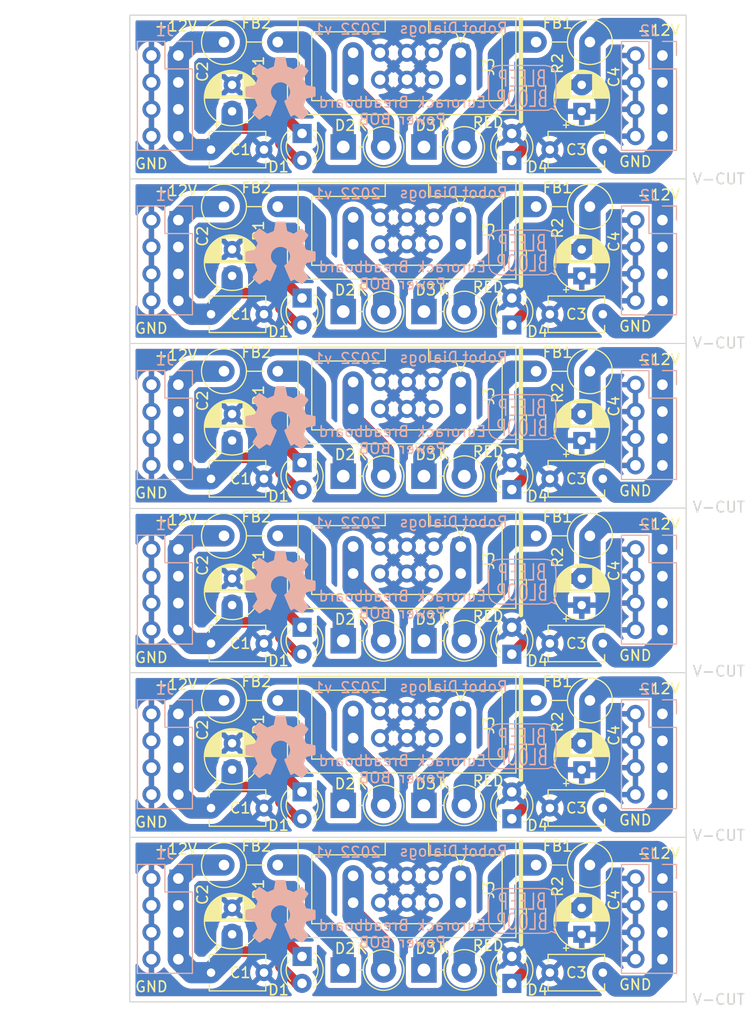
<source format=kicad_pcb>
(kicad_pcb (version 20211014) (generator pcbnew)
  (title_block (title "Eurorack Breadboard Power BOB") (date "2022-02-12") (rev "v1") (company "RobotDialogs"))
  (layers (0 "F.Cu" signal) (31 "B.Cu" signal) (34 "B.Paste" user) (35 "F.Paste" user) (36 "B.SilkS" user "B.Silkscreen") (37 "F.SilkS" user "F.Silkscreen") (38 "B.Mask" user) (39 "F.Mask" user) (44 "Edge.Cuts" user))
  (net 0 "")
  (net 1 "+12V")
  (net 2 "GND")
  (net 3 "-12V")
  (net 4 "Net-(D1-Pad1)")
  (net 5 "Net-(D2-Pad1)")
  (net 6 "+12VA")
  (net 7 "-12VA")
  (net 8 "Net-(D3-Pad2)")
  (net 9 "Net-(D4-Pad1)")
  (footprint "Capacitor_THT:CP_Radial_D5.0mm_P2.50mm" (layer "F.Cu") (at 167.64 93.199113 90)
    (fp_text reference "C4")
    (fp_text value "100uF")
  )
  (footprint "Capacitor_THT:C_Disc_D5.1mm_W3.2mm_P5.00mm" (layer "F.Cu") (at 164.632 127.9)
    (fp_text reference "C3")
    (fp_text value "10nF")
  )
  (footprint "Inductor_THT:L_Axial_L9.5mm_D4.0mm_P5.08mm_Vertical_Fastron_SMCC" (layer "F.Cu") (at 133.85 102.2)
    (fp_text reference "FB2")
    (fp_text value "FerriteBead_Small")
  )
  (footprint "Connector_IDC:IDC-Header_2x05_P2.54mm_Vertical" (layer "F.Cu") (at 156.21 118.756 -90)
    (fp_text reference "J3")
    (fp_text value "Conn_02x05_Odd_Even")
  )
  (footprint "Inductor_THT:L_Axial_L9.5mm_D4.0mm_P5.08mm_Vertical_Fastron_SMCC" (layer "F.Cu") (at 133.85 148.82)
    (fp_text reference "FB2")
    (fp_text value "FerriteBead_Small")
  )
  (footprint "Resistor_SMD:R_1206_3216Metric_Pad1.30x1.75mm_HandSolder" (layer "F.Cu") (at 163.322 107.026 90)
    (fp_text reference "R2")
    (fp_text value "1k")
  )
  (footprint "Diode_THT:D_DO-15_P3.81mm_Vertical_KathodeUp" (layer "F.Cu") (at 145.115 158.726)
    (fp_text reference "D2")
    (fp_text value "D")
  )
  (footprint "Resistor_SMD:R_1206_3216Metric_Pad1.30x1.75mm_HandSolder" (layer "F.Cu") (at 163.322 122.566 90)
    (fp_text reference "R2")
    (fp_text value "1k")
  )
  (footprint "Diode_THT:D_DO-15_P3.81mm_Vertical_KathodeUp" (layer "F.Cu") (at 152.735 158.726)
    (fp_text reference "D3")
    (fp_text value "D")
  )
  (footprint "Capacitor_THT:C_Disc_D5.1mm_W3.2mm_P5.00mm" (layer "F.Cu") (at 132.628 127.9)
    (fp_text reference "C1")
    (fp_text value "10nF")
  )
  (footprint "Inductor_THT:L_Axial_L9.5mm_D4.0mm_P5.08mm_Vertical_Fastron_SMCC" (layer "F.Cu") (at 168.41 148.82 180)
    (fp_text reference "FB1")
    (fp_text value "FerriteBead_Small")
  )
  (footprint "Diode_THT:D_DO-15_P3.81mm_Vertical_KathodeUp" (layer "F.Cu") (at 145.115 112.106)
    (fp_text reference "D2")
    (fp_text value "D")
  )
  (footprint "Resistor_SMD:R_1206_3216Metric_Pad1.30x1.75mm_HandSolder" (layer "F.Cu") (at 138.938 107.026 90)
    (fp_text reference "R1")
    (fp_text value "1k")
  )
  (footprint "Diode_THT:D_DO-15_P3.81mm_Vertical_KathodeUp" (layer "F.Cu") (at 152.735 143.186)
    (fp_text reference "D3")
    (fp_text value "D")
  )
  (footprint "Capacitor_THT:CP_Radial_D5.0mm_P2.50mm" (layer "F.Cu") (at 134.62 77.659113 90)
    (fp_text reference "C2")
    (fp_text value "100uF")
  )
  (footprint "Connector_IDC:IDC-Header_2x05_P2.54mm_Vertical" (layer "F.Cu") (at 156.21 149.836 -90)
    (fp_text reference "J3")
    (fp_text value "Conn_02x05_Odd_Even")
  )
  (footprint "Diode_THT:D_DO-15_P3.81mm_Vertical_KathodeUp" (layer "F.Cu") (at 152.735 112.106)
    (fp_text reference "D3")
    (fp_text value "D")
  )
  (footprint "Capacitor_THT:C_Disc_D5.1mm_W3.2mm_P5.00mm" (layer "F.Cu") (at 132.628 81.28)
    (fp_text reference "C1")
    (fp_text value "10nF")
  )
  (footprint "LED_THT:LED_D3.0mm" (layer "F.Cu") (at 141.224 157.451 -90)
    (fp_text reference "D1")
    (fp_text value "LED")
  )
  (footprint "LED_THT:LED_D3.0mm" (layer "F.Cu") (at 141.224 110.831 -90)
    (fp_text reference "D1")
    (fp_text value "LED")
  )
  (footprint "LED_THT:LED_D3.0mm" (layer "F.Cu") (at 161.036 82.296 90)
    (fp_text reference "D4")
    (fp_text value "LED")
  )
  (footprint "Capacitor_THT:CP_Radial_D5.0mm_P2.50mm" (layer "F.Cu") (at 167.64 108.739113 90)
    (fp_text reference "C4")
    (fp_text value "100uF")
  )
  (footprint "Diode_THT:D_DO-15_P3.81mm_Vertical_KathodeUp" (layer "F.Cu") (at 152.735 96.566)
    (fp_text reference "D3")
    (fp_text value "D")
  )
  (footprint "Resistor_SMD:R_1206_3216Metric_Pad1.30x1.75mm_HandSolder" (layer "F.Cu") (at 163.322 138.106 90)
    (fp_text reference "R2")
    (fp_text value "1k")
  )
  (footprint "Connector_IDC:IDC-Header_2x05_P2.54mm_Vertical" (layer "F.Cu") (at 156.21 87.676 -90)
    (fp_text reference "J3")
    (fp_text value "Conn_02x05_Odd_Even")
  )
  (footprint "Diode_THT:D_DO-15_P3.81mm_Vertical_KathodeUp" (layer "F.Cu") (at 145.115 143.186)
    (fp_text reference "D2")
    (fp_text value "D")
  )
  (footprint "Diode_THT:D_DO-15_P3.81mm_Vertical_KathodeUp" (layer "F.Cu") (at 152.735 127.646)
    (fp_text reference "D3")
    (fp_text value "D")
  )
  (footprint "Capacitor_THT:CP_Radial_D5.0mm_P2.50mm" (layer "F.Cu") (at 134.62 124.279113 90)
    (fp_text reference "C2")
    (fp_text value "100uF")
  )
  (footprint "Capacitor_THT:CP_Radial_D5.0mm_P2.50mm" (layer "F.Cu") (at 167.64 124.279113 90)
    (fp_text reference "C4")
    (fp_text value "100uF")
  )
  (footprint "My Stuff:Logo2" (layer "F.Cu") (at 162.052 153.138)
    (fp_text reference "REF**" hide)
    (fp_text value "Logo2" hide)
  )
  (footprint "Inductor_THT:L_Axial_L9.5mm_D4.0mm_P5.08mm_Vertical_Fastron_SMCC" (layer "F.Cu") (at 168.41 102.2 180)
    (fp_text reference "FB1")
    (fp_text value "FerriteBead_Small")
  )
  (footprint "Connector_IDC:IDC-Header_2x05_P2.54mm_Vertical" (layer "F.Cu") (at 156.21 103.216 -90)
    (fp_text reference "J3")
    (fp_text value "Conn_02x05_Odd_Even")
  )
  (footprint "Inductor_THT:L_Axial_L9.5mm_D4.0mm_P5.08mm_Vertical_Fastron_SMCC" (layer "F.Cu") (at 168.41 133.28 180)
    (fp_text reference "FB1")
    (fp_text value "FerriteBead_Small")
  )
  (footprint "Resistor_SMD:R_1206_3216Metric_Pad1.30x1.75mm_HandSolder" (layer "F.Cu") (at 138.938 153.646 90)
    (fp_text reference "R1")
    (fp_text value "1k")
  )
  (footprint "Inductor_THT:L_Axial_L9.5mm_D4.0mm_P5.08mm_Vertical_Fastron_SMCC" (layer "F.Cu") (at 133.85 133.28)
    (fp_text reference "FB2")
    (fp_text value "FerriteBead_Small")
  )
  (footprint "LED_THT:LED_D3.0mm" (layer "F.Cu") (at 161.036 113.376 90)
    (fp_text reference "D4")
    (fp_text value "LED")
  )
  (footprint "Capacitor_THT:CP_Radial_D5.0mm_P2.50mm" (layer "F.Cu") (at 134.62 93.199113 90)
    (fp_text reference "C2")
    (fp_text value "100uF")
  )
  (footprint "Diode_THT:D_DO-15_P3.81mm_Vertical_KathodeUp" (layer "F.Cu") (at 152.735 81.026)
    (fp_text reference "D3")
    (fp_text value "D")
  )
  (footprint "Resistor_SMD:R_1206_3216Metric_Pad1.30x1.75mm_HandSolder" (layer "F.Cu") (at 138.938 122.566 90)
    (fp_text reference "R1")
    (fp_text value "1k")
  )
  (footprint "LED_THT:LED_D3.0mm" (layer "F.Cu") (at 141.224 126.371 -90)
    (fp_text reference "D1")
    (fp_text value "LED")
  )
  (footprint "Capacitor_THT:C_Disc_D5.1mm_W3.2mm_P5.00mm" (layer "F.Cu") (at 132.628 112.36)
    (fp_text reference "C1")
    (fp_text value "10nF")
  )
  (footprint "LED_THT:LED_D3.0mm" (layer "F.Cu") (at 161.036 97.836 90)
    (fp_text reference "D4")
    (fp_text value "LED")
  )
  (footprint "Capacitor_THT:C_Disc_D5.1mm_W3.2mm_P5.00mm" (layer "F.Cu") (at 132.628 96.82)
    (fp_text reference "C1")
    (fp_text value "10nF")
  )
  (footprint "Capacitor_THT:CP_Radial_D5.0mm_P2.50mm" (layer "F.Cu") (at 167.64 139.819113 90)
    (fp_text reference "C4")
    (fp_text value "100uF")
  )
  (footprint "LED_THT:LED_D3.0mm" (layer "F.Cu") (at 161.036 128.916 90)
    (fp_text reference "D4")
    (fp_text value "LED")
  )
  (footprint "Capacitor_THT:CP_Radial_D5.0mm_P2.50mm" (layer "F.Cu") (at 134.62 155.359113 90)
    (fp_text reference "C2")
    (fp_text value "100uF")
  )
  (footprint "Capacitor_THT:CP_Radial_D5.0mm_P2.50mm" (layer "F.Cu") (at 134.62 108.739113 90)
    (fp_text reference "C2")
    (fp_text value "100uF")
  )
  (footprint "Connector_IDC:IDC-Header_2x05_P2.54mm_Vertical" (layer "F.Cu") (at 156.21 134.296 -90)
    (fp_text reference "J3")
    (fp_text value "Conn_02x05_Odd_Even")
  )
  (footprint "LED_THT:LED_D3.0mm" (layer "F.Cu") (at 141.224 79.751 -90)
    (fp_text reference "D1")
    (fp_text value "LED")
  )
  (footprint "Capacitor_THT:C_Disc_D5.1mm_W3.2mm_P5.00mm" (layer "F.Cu") (at 132.628 158.98)
    (fp_text reference "C1")
    (fp_text value "10nF")
  )
  (footprint "Capacitor_THT:CP_Radial_D5.0mm_P2.50mm" (layer "F.Cu") (at 134.62 139.819113 90)
    (fp_text reference "C2")
    (fp_text value "100uF")
  )
  (footprint "Diode_THT:D_DO-15_P3.81mm_Vertical_KathodeUp" (layer "F.Cu") (at 145.115 81.026)
    (fp_text reference "D2")
    (fp_text value "D")
  )
  (footprint "LED_THT:LED_D3.0mm" (layer "F.Cu") (at 141.224 95.291 -90)
    (fp_text reference "D1")
    (fp_text value "LED")
  )
  (footprint "Resistor_SMD:R_1206_3216Metric_Pad1.30x1.75mm_HandSolder" (layer "F.Cu") (at 163.322 75.946 90)
    (fp_text reference "R2")
    (fp_text value "1k")
  )
  (footprint "Resistor_SMD:R_1206_3216Metric_Pad1.30x1.75mm_HandSolder" (layer "F.Cu") (at 163.322 91.486 90)
    (fp_text reference "R2")
    (fp_text value "1k")
  )
  (footprint "Resistor_SMD:R_1206_3216Metric_Pad1.30x1.75mm_HandSolder" (layer "F.Cu") (at 138.938 91.486 90)
    (fp_text reference "R1")
    (fp_text value "1k")
  )
  (footprint "Resistor_SMD:R_1206_3216Metric_Pad1.30x1.75mm_HandSolder" (layer "F.Cu") (at 138.938 75.946 90)
    (fp_text reference "R1")
    (fp_text value "1k")
  )
  (footprint "Resistor_SMD:R_1206_3216Metric_Pad1.30x1.75mm_HandSolder" (layer "F.Cu") (at 138.938 138.106 90)
    (fp_text reference "R1")
    (fp_text value "1k")
  )
  (footprint "Inductor_THT:L_Axial_L9.5mm_D4.0mm_P5.08mm_Vertical_Fastron_SMCC" (layer "F.Cu") (at 133.85 71.12)
    (fp_text reference "FB2")
    (fp_text value "FerriteBead_Small")
  )
  (footprint "Capacitor_THT:C_Disc_D5.1mm_W3.2mm_P5.00mm" (layer "F.Cu") (at 164.632 81.28)
    (fp_text reference "C3")
    (fp_text value "10nF")
  )
  (footprint "LED_THT:LED_D3.0mm" (layer "F.Cu") (at 161.036 144.456 90)
    (fp_text reference "D4")
    (fp_text value "LED")
  )
  (footprint "Capacitor_THT:CP_Radial_D5.0mm_P2.50mm" (layer "F.Cu") (at 167.64 77.659113 90)
    (fp_text reference "C4")
    (fp_text value "100uF")
  )
  (footprint "My Stuff:Logo2" (layer "F.Cu") (at 162.052 90.978)
    (fp_text reference "REF**" hide)
    (fp_text value "Logo2" hide)
  )
  (footprint "My Stuff:Logo2" (layer "F.Cu") (at 162.052 75.438)
    (fp_text reference "REF**" hide)
    (fp_text value "Logo2" hide)
  )
  (footprint "Inductor_THT:L_Axial_L9.5mm_D4.0mm_P5.08mm_Vertical_Fastron_SMCC" (layer "F.Cu") (at 133.85 86.66)
    (fp_text reference "FB2")
    (fp_text value "FerriteBead_Small")
  )
  (footprint "My Stuff:Logo2" (layer "F.Cu") (at 162.052 106.518)
    (fp_text reference "REF**" hide)
    (fp_text value "Logo2" hide)
  )
  (footprint "Inductor_THT:L_Axial_L9.5mm_D4.0mm_P5.08mm_Vertical_Fastron_SMCC" (layer "F.Cu") (at 133.85 117.74)
    (fp_text reference "FB2")
    (fp_text value "FerriteBead_Small")
  )
  (footprint "Diode_THT:D_DO-15_P3.81mm_Vertical_KathodeUp" (layer "F.Cu") (at 145.115 127.646)
    (fp_text reference "D2")
    (fp_text value "D")
  )
  (footprint "Diode_THT:D_DO-15_P3.81mm_Vertical_KathodeUp" (layer "F.Cu") (at 145.115 96.566)
    (fp_text reference "D2")
    (fp_text value "D")
  )
  (footprint "Inductor_THT:L_Axial_L9.5mm_D4.0mm_P5.08mm_Vertical_Fastron_SMCC" (layer "F.Cu") (at 168.41 71.12 180)
    (fp_text reference "FB1")
    (fp_text value "FerriteBead_Small")
  )
  (footprint "LED_THT:LED_D3.0mm" (layer "F.Cu") (at 141.224 141.911 -90)
    (fp_text reference "D1")
    (fp_text value "LED")
  )
  (footprint "Resistor_SMD:R_1206_3216Metric_Pad1.30x1.75mm_HandSolder" (layer "F.Cu") (at 163.322 153.646 90)
    (fp_text reference "R2")
    (fp_text value "1k")
  )
  (footprint "My Stuff:Logo2" (layer "F.Cu") (at 162.052 122.058)
    (fp_text reference "REF**" hide)
    (fp_text value "Logo2" hide)
  )
  (footprint "Capacitor_THT:C_Disc_D5.1mm_W3.2mm_P5.00mm" (layer "F.Cu") (at 164.632 112.36)
    (fp_text reference "C3")
    (fp_text value "10nF")
  )
  (footprint "My Stuff:Logo2" (layer "F.Cu") (at 162.052 137.598)
    (fp_text reference "REF**" hide)
    (fp_text value "Logo2" hide)
  )
  (footprint "Capacitor_THT:C_Disc_D5.1mm_W3.2mm_P5.00mm" (layer "F.Cu") (at 164.632 96.82)
    (fp_text reference "C3")
    (fp_text value "10nF")
  )
  (footprint "Inductor_THT:L_Axial_L9.5mm_D4.0mm_P5.08mm_Vertical_Fastron_SMCC" (layer "F.Cu") (at 168.41 117.74 180)
    (fp_text reference "FB1")
    (fp_text value "FerriteBead_Small")
  )
  (footprint "Capacitor_THT:C_Disc_D5.1mm_W3.2mm_P5.00mm" (layer "F.Cu") (at 132.628 143.44)
    (fp_text reference "C1")
    (fp_text value "10nF")
  )
  (footprint "LED_THT:LED_D3.0mm" (layer "F.Cu") (at 161.036 159.996 90)
    (fp_text reference "D4")
    (fp_text value "LED")
  )
  (footprint "Capacitor_THT:C_Disc_D5.1mm_W3.2mm_P5.00mm" (layer "F.Cu") (at 164.632 158.98)
    (fp_text reference "C3")
    (fp_text value "10nF")
  )
  (footprint "Inductor_THT:L_Axial_L9.5mm_D4.0mm_P5.08mm_Vertical_Fastron_SMCC" (layer "F.Cu") (at 168.41 86.66 180)
    (fp_text reference "FB1")
    (fp_text value "FerriteBead_Small")
  )
  (footprint "Connector_IDC:IDC-Header_2x05_P2.54mm_Vertical" (layer "F.Cu") (at 156.21 72.136 -90)
    (fp_text reference "J3")
    (fp_text value "Conn_02x05_Odd_Even")
  )
  (footprint "Capacitor_THT:C_Disc_D5.1mm_W3.2mm_P5.00mm" (layer "F.Cu") (at 164.632 143.44)
    (fp_text reference "C3")
    (fp_text value "10nF")
  )
  (footprint "Capacitor_THT:CP_Radial_D5.0mm_P2.50mm" (layer "F.Cu") (at 167.64 155.359113 90)
    (fp_text reference "C4")
    (fp_text value "100uF")
  )
  (footprint "Connector_PinHeader_2.54mm:PinHeader_2x04_P2.54mm_Vertical" (layer "B.Cu") (at 129.54 134.55 180)
    (fp_text reference "J1")
    (fp_text value "Conn_02x04_Odd_Even")
  )
  (footprint "Symbol:OSHW-Symbol_6.7x6mm_SilkScreen" (layer "B.Cu") (at 139.2 122.13 180)
    (fp_text reference "REF**" hide)
    (fp_text value "OSHW-Symbol_6.7x6mm_SilkScreen" hide)
  )
  (footprint "Connector_PinHeader_2.54mm:PinHeader_2x04_P2.54mm_Vertical" (layer "B.Cu") (at 129.54 119.01 180)
    (fp_text reference "J1")
    (fp_text value "Conn_02x04_Odd_Even")
  )
  (footprint "Connector_PinHeader_2.54mm:PinHeader_2x04_P2.54mm_Vertical" (layer "B.Cu") (at 175.26 87.93 180)
    (fp_text reference "J2")
    (fp_text value "Conn_02x04_Odd_Even")
  )
  (footprint "Connector_PinHeader_2.54mm:PinHeader_2x04_P2.54mm_Vertical" (layer "B.Cu") (at 129.54 150.09 180)
    (fp_text reference "J1")
    (fp_text value "Conn_02x04_Odd_Even")
  )
  (footprint "Connector_PinHeader_2.54mm:PinHeader_2x04_P2.54mm_Vertical" (layer "B.Cu") (at 175.26 72.39 180)
    (fp_text reference "J2")
    (fp_text value "Conn_02x04_Odd_Even")
  )
  (footprint "Connector_PinHeader_2.54mm:PinHeader_2x04_P2.54mm_Vertical" (layer "B.Cu") (at 175.26 119.01 180)
    (fp_text reference "J2")
    (fp_text value "Conn_02x04_Odd_Even")
  )
  (footprint "Symbol:OSHW-Symbol_6.7x6mm_SilkScreen" (layer "B.Cu") (at 139.2 153.21 180)
    (fp_text reference "REF**" hide)
    (fp_text value "OSHW-Symbol_6.7x6mm_SilkScreen" hide)
  )
  (footprint "Connector_PinHeader_2.54mm:PinHeader_2x04_P2.54mm_Vertical" (layer "B.Cu") (at 129.54 103.47 180)
    (fp_text reference "J1")
    (fp_text value "Conn_02x04_Odd_Even")
  )
  (footprint "Symbol:OSHW-Symbol_6.7x6mm_SilkScreen" (layer "B.Cu") (at 139.2 75.51 180)
    (fp_text reference "REF**" hide)
    (fp_text value "OSHW-Symbol_6.7x6mm_SilkScreen" hide)
  )
  (footprint "Connector_PinHeader_2.54mm:PinHeader_2x04_P2.54mm_Vertical" (layer "B.Cu") (at 175.26 150.09 180)
    (fp_text reference "J2")
    (fp_text value "Conn_02x04_Odd_Even")
  )
  (footprint "Connector_PinHeader_2.54mm:PinHeader_2x04_P2.54mm_Vertical" (layer "B.Cu") (at 129.54 87.93 180)
    (fp_text reference "J1")
    (fp_text value "Conn_02x04_Odd_Even")
  )
  (footprint "Connector_PinHeader_2.54mm:PinHeader_2x04_P2.54mm_Vertical" (layer "B.Cu") (at 129.54 72.39 180)
    (fp_text reference "J1")
    (fp_text value "Conn_02x04_Odd_Even")
  )
  (footprint "Connector_PinHeader_2.54mm:PinHeader_2x04_P2.54mm_Vertical" (layer "B.Cu") (at 175.26 103.47 180)
    (fp_text reference "J2")
    (fp_text value "Conn_02x04_Odd_Even")
  )
  (footprint "Symbol:OSHW-Symbol_6.7x6mm_SilkScreen" (layer "B.Cu") (at 139.2 91.05 180)
    (fp_text reference "REF**" hide)
    (fp_text value "OSHW-Symbol_6.7x6mm_SilkScreen" hide)
  )
  (footprint "Connector_PinHeader_2.54mm:PinHeader_2x04_P2.54mm_Vertical" (layer "B.Cu") (at 175.26 134.55 180)
    (fp_text reference "J2")
    (fp_text value "Conn_02x04_Odd_Even")
  )
  (footprint "Symbol:OSHW-Symbol_6.7x6mm_SilkScreen" (layer "B.Cu") (at 139.2 137.67 180)
    (fp_text reference "REF**" hide)
    (fp_text value "OSHW-Symbol_6.7x6mm_SilkScreen" hide)
  )
  (footprint "Symbol:OSHW-Symbol_6.7x6mm_SilkScreen" (layer "B.Cu") (at 139.2 106.59 180)
    (fp_text reference "REF**" hide)
    (fp_text value "OSHW-Symbol_6.7x6mm_SilkScreen" hide)
  )
  (gr_line (start 161.9 125.23) (end 161.9 115.53) (layer "F.SilkS") (width 0.4))
  (gr_line (start 161.9 78.61) (end 161.9 68.91) (layer "F.SilkS") (width 0.4))
  (gr_line (start 161.9 140.77) (end 161.9 131.07) (layer "F.SilkS") (width 0.4))
  (gr_line (start 161.9 156.31) (end 161.9 146.61) (layer "F.SilkS") (width 0.4))
  (gr_line (start 161.9 94.15) (end 161.9 84.45) (layer "F.SilkS") (width 0.4))
  (gr_line (start 161.9 109.69) (end 161.9 99.99) (layer "F.SilkS") (width 0.4))
  (gr_rect (start 124.96 68.58) (end 177.5 161.74) (layer "Edge.Cuts") (width 0.1) (fill none))
  (gr_line (start 124.96 99.58) (end 177.5 99.58) (layer "Edge.Cuts") (width 0.1))
  (gr_line (start 177.5 146.2) (end 124.96 146.2) (layer "Edge.Cuts") (width 0.1))
  (gr_line (start 177.5 115.12) (end 124.96 115.16) (layer "Edge.Cuts") (width 0.1))
  (gr_line (start 124.96 84.04) (end 177.5 84.04) (layer "Edge.Cuts") (width 0.1))
  (gr_line (start 124.96 130.66) (end 177.5 130.66) (layer "Edge.Cuts") (width 0.1))
  (gr_text "2022 v1" (at 145.5 132.07) (layer "B.SilkS") (effects (font (size 1 1)) (justify mirror)))
  (gr_text "Robot" (at 158.5 131.97) (layer "B.SilkS") (effects (font (size 1 1)) (justify mirror)))
  (gr_text "Robot" (at 158.5 69.81) (layer "B.SilkS") (effects (font (size 1 1)) (justify mirror)))
  (gr_text "Eurorack Breadboard\nPower BOB" (at 150.7 93.15) (layer "B.SilkS") (effects (font (size 1 1)) (justify mirror)))
  (gr_text "Eurorack Breadboard\nPower BOB" (at 150.7 139.77) (layer "B.SilkS") (effects (font (size 1 1)) (justify mirror)))
  (gr_text "Dialogs" (at 153.2 131.97) (layer "B.SilkS") (effects (font (size 1 1)) (justify mirror)))
  (gr_text "2022 v1" (at 145.5 100.99) (layer "B.SilkS") (effects (font (size 1 1)) (justify mirror)))
  (gr_text "Robot" (at 158.5 85.35) (layer "B.SilkS") (effects (font (size 1 1)) (justify mirror)))
  (gr_text "Eurorack Breadboard\nPower BOB" (at 150.7 155.31) (layer "B.SilkS") (effects (font (size 1 1)) (justify mirror)))
  (gr_text "Dialogs" (at 153.2 147.51) (layer "B.SilkS") (effects (font (size 1 1)) (justify mirror)))
  (gr_text "Robot" (at 158.5 147.51) (layer "B.SilkS") (effects (font (size 1 1)) (justify mirror)))
  (gr_text "2022 v1" (at 145.5 69.91) (layer "B.SilkS") (effects (font (size 1 1)) (justify mirror)))
  (gr_text "Dialogs" (at 153.2 116.43) (layer "B.SilkS") (effects (font (size 1 1)) (justify mirror)))
  (gr_text "Dialogs" (at 153.2 69.81) (layer "B.SilkS") (effects (font (size 1 1)) (justify mirror)))
  (gr_text "Dialogs" (at 153.2 85.35) (layer "B.SilkS") (effects (font (size 1 1)) (justify mirror)))
  (gr_text "2022 v1" (at 145.5 147.61) (layer "B.SilkS") (effects (font (size 1 1)) (justify mirror)))
  (gr_text "2022 v1" (at 145.5 85.45) (layer "B.SilkS") (effects (font (size 1 1)) (justify mirror)))
  (gr_text "2022 v1" (at 145.5 116.53) (layer "B.SilkS") (effects (font (size 1 1)) (justify mirror)))
  (gr_text "Robot" (at 158.5 116.43) (layer "B.SilkS") (effects (font (size 1 1)) (justify mirror)))
  (gr_text "Eurorack Breadboard\nPower BOB" (at 150.7 108.69) (layer "B.SilkS") (effects (font (size 1 1)) (justify mirror)))
  (gr_text "Dialogs" (at 153.2 100.89) (layer "B.SilkS") (effects (font (size 1 1)) (justify mirror)))
  (gr_text "Robot" (at 158.5 100.89) (layer "B.SilkS") (effects (font (size 1 1)) (justify mirror)))
  (gr_text "Eurorack Breadboard\nPower BOB" (at 150.7 77.61) (layer "B.SilkS") (effects (font (size 1 1)) (justify mirror)))
  (gr_text "Eurorack Breadboard\nPower BOB" (at 150.7 124.23) (layer "B.SilkS") (effects (font (size 1 1)) (justify mirror)))
  (gr_text "-12V\n" (at 174.9 116.63) (layer "F.SilkS") (effects (font (size 1 1))))
  (gr_text "RED" (at 158.8 78.71) (layer "F.SilkS") (effects (font (size 1 1))))
  (gr_text "-12V\n" (at 174.9 132.17) (layer "F.SilkS") (effects (font (size 1 1))))
  (gr_text "GND" (at 127 82.61) (layer "F.SilkS") (effects (font (size 1 1))))
  (gr_text "GND" (at 172.7 97.95) (layer "F.SilkS") (effects (font (size 1 1))))
  (gr_text "-12V\n" (at 174.9 70.01) (layer "F.SilkS") (effects (font (size 1 1))))
  (gr_text "+12V" (at 129.3 131.77) (layer "F.SilkS") (effects (font (size 1 1))))
  (gr_text "GND" (at 127 144.77) (layer "F.SilkS") (effects (font (size 1 1))))
  (gr_text "RED" (at 158.8 156.41) (layer "F.SilkS") (effects (font (size 1 1))))
  (gr_text "+12V" (at 129.3 100.69) (layer "F.SilkS") (effects (font (size 1 1))))
  (gr_text "RED" (at 158.8 94.25) (layer "F.SilkS") (effects (font (size 1 1))))
  (gr_text "+12V" (at 129.3 85.15) (layer "F.SilkS") (effects (font (size 1 1))))
  (gr_text "GND" (at 127 113.69) (layer "F.SilkS") (effects (font (size 1 1))))
  (gr_text "GND" (at 172.7 82.41) (layer "F.SilkS") (effects (font (size 1 1))))
  (gr_text "-12V\n" (at 174.9 147.71) (layer "F.SilkS") (effects (font (size 1 1))))
  (gr_text "+12V" (at 129.3 69.61) (layer "F.SilkS") (effects (font (size 1 1))))
  (gr_text "RED" (at 158.8 125.33) (layer "F.SilkS") (effects (font (size 1 1))))
  (gr_text "RED" (at 158.8 109.79) (layer "F.SilkS") (effects (font (size 1 1))))
  (gr_text "GND" (at 172.7 160.11) (layer "F.SilkS") (effects (font (size 1 1))))
  (gr_text "-12V\n" (at 174.9 85.55) (layer "F.SilkS") (effects (font (size 1 1))))
  (gr_text "GND" (at 172.7 113.49) (layer "F.SilkS") (effects (font (size 1 1))))
  (gr_text "GND" (at 127 98.15) (layer "F.SilkS") (effects (font (size 1 1))))
  (gr_text "-12V\n" (at 174.9 101.09) (layer "F.SilkS") (effects (font (size 1 1))))
  (gr_text "RED" (at 158.8 140.87) (layer "F.SilkS") (effects (font (size 1 1))))
  (gr_text "+12V" (at 129.3 147.31) (layer "F.SilkS") (effects (font (size 1 1))))
  (gr_text "GND" (at 172.7 144.57) (layer "F.SilkS") (effects (font (size 1 1))))
  (gr_text "GND" (at 127 129.23) (layer "F.SilkS") (effects (font (size 1 1))))
  (gr_text "+12V" (at 129.3 116.23) (layer "F.SilkS") (effects (font (size 1 1))))
  (gr_text "GND" (at 127 160.31) (layer "F.SilkS") (effects (font (size 1 1))))
  (gr_text "GND" (at 172.7 129.03) (layer "F.SilkS") (effects (font (size 1 1))))
  (gr_text "V-CUT" (at 180.586 84.04) (layer "Edge.Cuts") (effects (font (size 1 1))))
  (gr_text "V-CUT" (at 180.586 161.51) (layer "Edge.Cuts") (effects (font (size 1 1))))
  (gr_text "V-CUT" (at 180.586 130.522) (layer "Edge.Cuts") (effects (font (size 1 1))))
  (gr_text "V-CUT" (at 180.586 99.534) (layer "Edge.Cuts") (effects (font (size 1 1))))
  (gr_text "V-CUT" (at 180.586 146.016) (layer "Edge.Cuts") (effects (font (size 1 1))))
  (gr_text "V-CUT" (at 180.586 115.028) (layer "Edge.Cuts") (effects (font (size 1 1))))
  (segment (start 140.711 97.78237) (end 139.192 96.26337) (width 1) (layer "F.Cu") (net 1))
  (segment (start 140.711 128.86237) (end 139.192 127.34337) (width 1) (layer "F.Cu") (net 1))
  (segment (start 129.54 134.55) (end 129.54 142.17) (width 2) (layer "F.Cu") (net 1))
  (segment (start 130.81 158.98) (end 129.54 157.71) (width 2) (layer "F.Cu") (net 1))
  (segment (start 132.628 143.44) (end 130.81 143.44) (width 2) (layer "F.Cu") (net 1))
  (segment (start 133.85 133.28) (end 130.81 133.28) (width 2) (layer "F.Cu") (net 1))
  (segment (start 134.62 108.739113) (end 134.62 110.368) (width 2) (layer "F.Cu") (net 1))
  (segment (start 140.711 113.32237) (end 139.192 111.80337) (width 1) (layer "F.Cu") (net 1))
  (segment (start 134.62 155.359113) (end 134.62 156.988) (width 2) (layer "F.Cu") (net 1))
  (segment (start 133.85 117.74) (end 130.81 117.74) (width 2) (layer "F.Cu") (net 1))
  (segment (start 132.628 158.98) (end 130.81 158.98) (width 2) (layer "F.Cu") (net 1))
  (segment (start 130.81 117.74) (end 129.54 119.01) (width 2) (layer "F.Cu") (net 1))
  (segment (start 141.224 159.991) (end 140.711 159.991) (width 1) (layer "F.Cu") (net 1))
  (segment (start 134.62 124.279113) (end 134.62 125.908) (width 2) (layer "F.Cu") (net 1))
  (segment (start 139.192 127.34337) (end 139.192 126.63) (width 1) (layer "F.Cu") (net 1))
  (segment (start 132.628 127.9) (end 130.81 127.9) (width 2) (layer "F.Cu") (net 1))
  (segment (start 129.54 150.09) (end 129.54 157.71) (width 2) (layer "F.Cu") (net 1))
  (segment (start 138.47 125.908) (end 134.62 125.908) (width 1) (layer "F.Cu") (net 1))
  (segment (start 130.81 112.36) (end 129.54 111.09) (width 2) (layer "F.Cu") (net 1))
  (segment (start 130.81 127.9) (end 129.54 126.63) (width 2) (layer "F.Cu") (net 1))
  (segment (start 129.54 72.39) (end 129.54 80.01) (width 2) (layer "F.Cu") (net 1))
  (segment (start 130.81 96.82) (end 129.54 95.55) (width 2) (layer "F.Cu") (net 1))
  (segment (start 130.81 133.28) (end 129.54 134.55) (width 2) (layer "F.Cu") (net 1))
  (segment (start 129.54 103.47) (end 129.54 111.09) (width 2) (layer "F.Cu") (net 1))
  (segment (start 139.192 158.42337) (end 139.192 157.71) (width 1) (layer "F.Cu") (net 1))
  (segment (start 140.711 159.991) (end 140.711 159.94237) (width 1) (layer "F.Cu") (net 1))
  (segment (start 130.81 71.12) (end 129.54 72.39) (width 2) (layer "F.Cu") (net 1))
  (segment (start 139.192 80.72337) (end 139.192 80.01) (width 1) (layer "F.Cu") (net 1))
  (segment (start 141.224 82.291) (end 140.711 82.291) (width 1) (layer "F.Cu") (net 1))
  (segment (start 141.224 97.831) (end 140.711 97.831) (width 1) (layer "F.Cu") (net 1))
  (segment (start 138.47 156.988) (end 134.62 156.988) (width 1) (layer "F.Cu") (net 1))
  (segment (start 140.711 82.291) (end 140.711 82.24237) (width 1) (layer "F.Cu") (net 1))
  (segment (start 134.62 93.199113) (end 134.62 94.828) (width 2) (layer "F.Cu") (net 1))
  (segment (start 139.192 157.71) (end 138.47 156.988) (width 1) (layer "F.Cu") (net 1))
  (segment (start 140.711 144.451) (end 140.711 144.40237) (width 1) (layer "F.Cu") (net 1))
  (segment (start 133.85 71.12) (end 130.81 71.12) (width 2) (layer "F.Cu") (net 1))
  (segment (start 140.711 97.831) (end 140.711 97.78237) (width 1) (layer "F.Cu") (net 1))
  (segment (start 133.85 86.66) (end 130.81 86.66) (width 2) (layer "F.Cu") (net 1))
  (segment (start 138.47 110.368) (end 134.62 110.368) (width 1) (layer "F.Cu") (net 1))
  (segment (start 132.628 112.36) (end 130.81 112.36) (width 2) (layer "F.Cu") (net 1))
  (segment (start 134.62 139.819113) (end 134.62 141.448) (width 2) (layer "F.Cu") (net 1))
  (segment (start 132.628 96.82) (end 130.81 96.82) (width 2) (layer "F.Cu") (net 1))
  (segment (start 134.62 94.828) (end 132.628 96.82) (width 2) (layer "F.Cu") (net 1))
  (segment (start 133.85 102.2) (end 130.81 102.2) (width 2) (layer "F.Cu") (net 1))
  (segment (start 130.81 143.44) (end 129.54 142.17) (width 2) (layer "F.Cu") (net 1))
  (segment (start 139.192 111.09) (end 138.47 110.368) (width 1) (layer "F.Cu") (net 1))
  (segment (start 138.47 94.828) (end 134.62 94.828) (width 1) (layer "F.Cu") (net 1))
  (segment (start 130.81 81.28) (end 129.54 80.01) (width 2) (layer "F.Cu") (net 1))
  (segment (start 134.62 156.988) (end 132.628 158.98) (width 2) (layer "F.Cu") (net 1))
  (segment (start 132.628 81.28) (end 130.81 81.28) (width 2) (layer "F.Cu") (net 1))
  (segment (start 129.54 87.93) (end 129.54 95.55) (width 2) (layer "F.Cu") (net 1))
  (segment (start 130.81 148.82) (end 129.54 150.09) (width 2) (layer "F.Cu") (net 1))
  (segment (start 130.81 86.66) (end 129.54 87.93) (width 2) (layer "F.Cu") (net 1))
  (segment (start 141.224 144.451) (end 140.711 144.451) (width 1) (layer "F.Cu") (net 1))
  (segment (start 141.224 113.371) (end 140.711 113.371) (width 1) (layer "F.Cu") (net 1))
  (segment (start 134.62 125.908) (end 132.628 127.9) (width 2) (layer "F.Cu") (net 1))
  (segment (start 139.192 80.01) (end 138.47 79.288) (width 1) (layer "F.Cu") (net 1))
  (segment (start 133.85 148.82) (end 130.81 148.82) (width 2) (layer "F.Cu") (net 1))
  (segment (start 140.711 82.24237) (end 139.192 80.72337) (width 1) (layer "F.Cu") (net 1))
  (segment (start 134.62 141.448) (end 132.628 143.44) (width 2) (layer "F.Cu") (net 1))
  (segment (start 139.192 126.63) (end 138.47 125.908) (width 1) (layer "F.Cu") (net 1))
  (segment (start 134.62 110.368) (end 132.628 112.36) (width 2) (layer "F.Cu") (net 1))
  (segment (start 134.62 77.659113) (end 134.62 79.288) (width 2) (layer "F.Cu") (net 1))
  (segment (start 138.47 79.288) (end 134.62 79.288) (width 1) (layer "F.Cu") (net 1))
  (segment (start 139.192 95.55) (end 138.47 94.828) (width 1) (layer "F.Cu") (net 1))
  (segment (start 139.192 96.26337) (end 139.192 95.55) (width 1) (layer "F.Cu") (net 1))
  (segment (start 134.62 79.288) (end 132.628 81.28) (width 2) (layer "F.Cu") (net 1))
  (segment (start 139.192 142.17) (end 138.47 141.448) (width 1) (layer "F.Cu") (net 1))
  (segment (start 141.224 128.911) (end 140.711 128.911) (width 1) (layer "F.Cu") (net 1))
  (segment (start 140.711 113.371) (end 140.711 113.32237) (width 1) (layer "F.Cu") (net 1))
  (segment (start 140.711 128.911) (end 140.711 128.86237) (width 1) (layer "F.Cu") (net 1))
  (segment (start 138.47 141.448) (end 134.62 141.448) (width 1) (layer "F.Cu") (net 1))
  (segment (start 140.711 144.40237) (end 139.192 142.88337) (width 1) (layer "F.Cu") (net 1))
  (segment (start 139.192 111.80337) (end 139.192 111.09) (width 1) (layer "F.Cu") (net 1))
  (segment (start 139.192 142.88337) (end 139.192 142.17) (width 1) (layer "F.Cu") (net 1))
  (segment (start 130.81 102.2) (end 129.54 103.47) (width 2) (layer "F.Cu") (net 1))
  (segment (start 140.711 159.94237) (end 139.192 158.42337) (width 1) (layer "F.Cu") (net 1))
  (segment (start 129.54 119.01) (end 129.54 126.63) (width 2) (layer "F.Cu") (net 1))
  (segment (start 130.81 81.28) (end 129.54 80.01) (width 2) (layer "B.Cu") (net 1))
  (segment (start 134.62 79.288) (end 132.628 81.28) (width 2) (layer "B.Cu") (net 1))
  (segment (start 132.628 96.82) (end 130.81 96.82) (width 2) (layer "B.Cu") (net 1))
  (segment (start 134.62 124.279113) (end 134.62 125.908) (width 2) (layer "B.Cu") (net 1))
  (segment (start 130.81 133.28) (end 129.54 134.55) (width 2) (layer "B.Cu") (net 1))
  (segment (start 132.628 127.9) (end 130.81 127.9) (width 2) (layer "B.Cu") (net 1))
  (segment (start 130.81 71.12) (end 129.54 72.39) (width 2) (layer "B.Cu") (net 1))
  (segment (start 132.628 158.98) (end 130.81 158.98) (width 2) (layer "B.Cu") (net 1))
  (segment (start 133.85 133.28) (end 130.81 133.28) (width 2) (layer "B.Cu") (net 1))
  (segment (start 134.62 93.199113) (end 134.62 94.828) (width 2) (layer "B.Cu") (net 1))
  (segment (start 129.54 157.71) (end 129.54 150.09) (width 2) (layer "B.Cu") (net 1))
  (segment (start 130.81 117.74) (end 129.54 119.01) (width 2) (layer "B.Cu") (net 1))
  (segment (start 133.85 117.74) (end 130.81 117.74) (width 2) (layer "B.Cu") (net 1))
  (segment (start 134.62 139.819113) (end 134.62 141.448) (width 2) (layer "B.Cu") (net 1))
  (segment (start 134.62 94.828) (end 132.628 96.82) (width 2) (layer "B.Cu") (net 1))
  (segment (start 129.54 126.63) (end 129.54 119.01) (width 2) (layer "B.Cu") (net 1))
  (segment (start 133.85 148.82) (end 130.81 148.82) (width 2) (layer "B.Cu") (net 1))
  (segment (start 129.54 111.09) (end 129.54 103.47) (width 2) (layer "B.Cu") (net 1))
  (segment (start 130.81 148.82) (end 129.54 150.09) (width 2) (layer "B.Cu") (net 1))
  (segment (start 132.628 143.44) (end 130.81 143.44) (width 2) (layer "B.Cu") (net 1))
  (segment (start 132.628 112.36) (end 130.81 112.36) (width 2) (layer "B.Cu") (net 1))
  (segment (start 134.62 108.739113) (end 134.62 110.368) (width 2) (layer "B.Cu") (net 1))
  (segment (start 130.81 86.66) (end 129.54 87.93) (width 2) (layer "B.Cu") (net 1))
  (segment (start 133.85 102.2) (end 130.81 102.2) (width 2) (layer "B.Cu") (net 1))
  (segment (start 132.628 81.28) (end 130.81 81.28) (width 2) (layer "B.Cu") (net 1))
  (segment (start 130.81 96.82) (end 129.54 95.55) (width 2) (layer "B.Cu") (net 1))
  (segment (start 134.62 141.448) (end 132.628 143.44) (width 2) (layer "B.Cu") (net 1))
  (segment (start 133.85 71.12) (end 130.81 71.12) (width 2) (layer "B.Cu") (net 1))
  (segment (start 130.81 143.44) (end 129.54 142.17) (width 2) (layer "B.Cu") (net 1))
  (segment (start 134.62 77.659113) (end 134.62 79.288) (width 2) (layer "B.Cu") (net 1))
  (segment (start 134.62 110.368) (end 132.628 112.36) (width 2) (layer "B.Cu") (net 1))
  (segment (start 134.62 155.359113) (end 134.62 156.988) (width 2) (layer "B.Cu") (net 1))
  (segment (start 130.81 102.2) (end 129.54 103.47) (width 2) (layer "B.Cu") (net 1))
  (segment (start 130.81 127.9) (end 129.54 126.63) (width 2) (layer "B.Cu") (net 1))
  (segment (start 134.62 125.908) (end 132.628 127.9) (width 2) (layer "B.Cu") (net 1))
  (segment (start 129.54 80.01) (end 129.54 72.39) (width 2) (layer "B.Cu") (net 1))
  (segment (start 134.62 156.988) (end 132.628 158.98) (width 2) (layer "B.Cu") (net 1))
  (segment (start 130.81 158.98) (end 129.54 157.71) (width 2) (layer "B.Cu") (net 1))
  (segment (start 129.54 142.17) (end 129.54 134.55) (width 2) (layer "B.Cu") (net 1))
  (segment (start 133.85 86.66) (end 130.81 86.66) (width 2) (layer "B.Cu") (net 1))
  (segment (start 130.81 112.36) (end 129.54 111.09) (width 2) (layer "B.Cu") (net 1))
  (segment (start 129.54 95.55) (end 129.54 87.93) (width 2) (layer "B.Cu") (net 1))
  (segment (start 165.354 105.452226) (end 163.345774 105.452226) (width 1) (layer "F.Cu") (net 3))
  (segment (start 175.26 70.358) (end 175.26 72.39) (width 2) (layer "F.Cu") (net 3))
  (segment (start 175.26 101.438) (end 175.26 103.47) (width 2) (layer "F.Cu") (net 3))
  (segment (start 170.902 144.71) (end 173.922081 144.71) (width 2) (layer "F.Cu") (net 3))
  (segment (start 173.922081 144.71) (end 175.26 143.372081) (width 2) (layer "F.Cu") (net 3))
  (segment (start 173.922081 82.55) (end 175.26 81.212081) (width 2) (layer "F.Cu") (net 3))
  (segment (start 168.41 74.389113) (end 167.64 75.159113) (width 2) (layer "F.Cu") (net 3))
  (segment (start 175.26 150.09) (end 175.26 157.71) (width 2) (layer "F.Cu") (net 3))
  (segment (start 168.41 117.74) (end 168.41 121.009113) (width 2) (layer "F.Cu") (net 3))
  (segment (start 169.68 100.93) (end 174.752 100.93) (width 2) (layer "F.Cu") (net 3))
  (segment (start 165.354 152.072226) (end 163.345774 152.072226) (width 1) (layer "F.Cu") (net 3))
  (segment (start 174.752 69.85) (end 175.26 70.358) (width 2) (layer "F.Cu") (net 3))
  (segment (start 168.41 148.82) (end 168.41 152.089113) (width 2) (layer "F.Cu") (net 3))
  (segment (start 173.922081 98.09) (end 175.26 96.752081) (width 2) (layer "F.Cu") (net 3))
  (segment (start 167.64 106.239113) (end 166.140887 106.239113) (width 1) (layer "F.Cu") (net 3))
  (segment (start 170.902 113.63) (end 173.922081 113.63) (width 2) (layer "F.Cu") (net 3))
  (segment (start 167.64 121.779113) (end 166.140887 121.779113) (width 1) (layer "F.Cu") (net 3))
  (segment (start 167.64 75.159113) (end 166.140887 75.159113) (width 1) (layer "F.Cu") (net 3))
  (segment (start 168.41 152.089113) (end 167.64 152.859113) (width 2) (layer "F.Cu") (net 3))
  (segment (start 174.752 132.01) (end 175.26 132.518) (width 2) (layer "F.Cu") (net 3))
  (segment (start 166.140887 75.159113) (end 165.354 74.372226) (width 1) (layer "F.Cu") (net 3))
  (segment (start 175.26 116.978) (end 175.26 119.01) (width 2) (layer "F.Cu") (net 3))
  (segment (start 163.345774 105.452226) (end 163.322 105.476) (width 1) (layer "F.Cu") (net 3))
  (segment (start 173.922081 113.63) (end 175.26 112.292081) (width 2) (layer "F.Cu") (net 3))
  (segment (start 166.140887 106.239113) (end 165.354 105.452226) (width 1) (layer "F.Cu") (net 3))
  (segment (start 167.64 137.319113) (end 166.140887 137.319113) (width 1) (layer "F.Cu") (net 3))
  (segment (start 169.632 143.44) (end 170.902 144.71) (width 2) (layer "F.Cu") (net 3))
  (segment (start 175.26 127.832081) (end 175.26 126.63) (width 2) (layer "F.Cu") (net 3))
  (segment (start 166.140887 121.779113) (end 165.354 120.992226) (width 1) (layer "F.Cu") (net 3))
  (segment (start 175.26 112.292081) (end 175.26 111.09) (width 2) (layer "F.Cu") (net 3))
  (segment (start 169.68 147.55) (end 174.752 147.55) (width 2) (layer "F.Cu") (net 3))
  (segment (start 173.922081 160.25) (end 175.26 158.912081) (width 2) (layer "F.Cu") (net 3))
  (segment (start 169.632 81.28) (end 170.902 82.55) (width 2) (layer "F.Cu") (net 3))
  (segment (start 165.354 89.912226) (end 163.345774 89.912226) (width 1) (layer "F.Cu") (net 3))
  (segment (start 165.354 136.532226) (end 163.345774 136.532226) (width 1) (layer "F.Cu") (net 3))
  (segment (start 168.41 71.12) (end 168.41 74.389113) (width 2) (layer "F.Cu") (net 3))
  (segment (start 168.41 133.28) (end 169.68 132.01) (width 2) (layer "F.Cu") (net 3))
  (segment (start 168.41 117.74) (end 169.68 116.47) (width 2) (layer "F.Cu") (net 3))
  (segment (start 175.26 103.47) (end 175.26 111.09) (width 2) (layer "F.Cu") (net 3))
  (segment (start 169.68 116.47) (end 174.752 116.47) (width 2) (layer "F.Cu") (net 3))
  (segment (start 175.26 119.01) (end 175.26 126.63) (width 2) (layer "F.Cu") (net 3))
  (segment (start 165.354 120.992226) (end 163.345774 120.992226) (width 1) (layer "F.Cu") (net 3))
  (segment (start 174.752 116.47) (end 175.26 116.978) (width 2) (layer "F.Cu") (net 3))
  (segment (start 168.41 105.469113) (end 167.64 106.239113) (width 2) (layer "F.Cu") (net 3))
  (segment (start 174.752 85.39) (end 175.26 85.898) (width 2) (layer "F.Cu") (net 3))
  (segment (start 168.41 71.12) (end 169.68 69.85) (width 2) (layer "F.Cu") (net 3))
  (segment (start 175.26 85.898) (end 175.26 87.93) (width 2) (layer "F.Cu") (net 3))
  (segment (start 175.26 134.55) (end 175.26 142.17) (width 2) (layer "F.Cu") (net 3))
  (segment (start 168.41 102.2) (end 169.68 100.93) (width 2) (layer "F.Cu") (net 3))
  (segment (start 173.922081 129.17) (end 175.26 127.832081) (width 2) (layer "F.Cu") (net 3))
  (segment (start 166.140887 152.859113) (end 165.354 152.072226) (width 1) (layer "F.Cu") (net 3))
  (segment (start 165.354 74.372226) (end 163.345774 74.372226) (width 1) (layer "F.Cu") (net 3))
  (segment (start 175.26 143.372081) (end 175.26 142.17) (width 2) (layer "F.Cu") (net 3))
  (segment (start 168.41 133.28) (end 168.41 136.549113) (width 2) (layer "F.Cu") (net 3))
  (segment (start 170.902 98.09) (end 173.922081 98.09) (width 2) (layer "F.Cu") (net 3))
  (segment (start 163.345774 136.532226) (end 163.322 136.556) (width 1) (layer "F.Cu") (net 3))
  (segment (start 174.752 100.93) (end 175.26 101.438) (width 2) (layer "F.Cu") (net 3))
  (segment (start 175.26 81.212081) (end 175.26 80.01) (width 2) (layer "F.Cu") (net 3))
  (segment (start 163.345774 152.072226) (end 163.322 152.096) (width 1) (layer "F.Cu") (net 3))
  (segment (start 170.902 82.55) (end 173.922081 82.55) (width 2) (layer "F.Cu") (net 3))
  (segment (start 175.26 87.93) (end 175.26 95.55) (width 2) (layer "F.Cu") (net 3))
  (segment (start 166.140887 137.319113) (end 165.354 136.532226) (width 1) (layer "F.Cu") (net 3))
  (segment (start 167.64 90.699113) (end 166.140887 90.699113) (width 1) (layer "F.Cu") (net 3))
  (segment (start 168.41 136.549113) (end 167.64 137.319113) (width 2) (layer "F.Cu") (net 3))
  (segment (start 169.632 112.36) (end 170.902 113.63) (width 2) (layer "F.Cu") (net 3))
  (segment (start 168.41 89.929113) (end 167.64 90.699113) (width 2) (layer "F.Cu") (net 3))
  (segment (start 166.140887 90.699113) (end 165.354 89.912226) (width 1) (layer "F.Cu") (net 3))
  (segment (start 169.68 69.85) (end 174.752 69.85) (width 2) (layer "F.Cu") (net 3))
  (segment (start 163.345774 74.372226) (end 163.322 74.396) (width 1) (layer "F.Cu") (net 3))
  (segment (start 169.68 85.39) (end 174.752 85.39) (width 2) (layer "F.Cu") (net 3))
  (segment (start 167.64 152.859113) (end 166.140887 152.859113) (width 1) (layer "F.Cu") (net 3))
  (segment (start 168.41 121.009113) (end 167.64 121.779113) (width 2) (layer "F.Cu") (net 3))
  (segment (start 169.632 127.9) (end 170.902 129.17) (width 2) (layer "F.Cu") (net 3))
  (segment (start 170.902 129.17) (end 173.922081 129.17) (width 2) (layer "F.Cu") (net 3))
  (segment (start 168.41 86.66) (end 168.41 89.929113) (width 2) (layer "F.Cu") (net 3))
  (segment (start 175.26 72.39) (end 175.26 80.01) (width 2) (layer "F.Cu") (net 3))
  (segment (start 169.632 96.82) (end 170.902 98.09) (width 2) (layer "F.Cu") (net 3))
  (segment (start 169.632 158.98) (end 170.902 160.25) (width 2) (layer "F.Cu") (net 3))
  (segment (start 175.26 96.752081) (end 175.26 95.55) (width 2) (layer "F.Cu") (net 3))
  (segment (start 175.26 132.518) (end 175.26 134.55) (width 2) (layer "F.Cu") (net 3))
  (segment (start 169.68 132.01) (end 174.752 132.01) (width 2) (layer "F.Cu") (net 3))
  (segment (start 174.752 147.55) (end 175.26 148.058) (width 2) (layer "F.Cu") (net 3))
  (segment (start 175.26 148.058) (end 175.26 150.09) (width 2) (layer "F.Cu") (net 3))
  (segment (start 163.345774 89.912226) (end 163.322 89.936) (width 1) (layer "F.Cu") (net 3))
  (segment (start 168.41 102.2) (end 168.41 105.469113) (width 2) (layer "F.Cu") (net 3))
  (segment (start 168.41 148.82) (end 169.68 147.55) (width 2) (layer "F.Cu") (net 3))
  (segment (start 168.41 86.66) (end 169.68 85.39) (width 2) (layer "F.Cu") (net 3))
  (segment (start 163.345774 120.992226) (end 163.322 121.016) (width 1) (layer "F.Cu") (net 3))
  (segment (start 175.26 158.912081) (end 175.26 157.71) (width 2) (layer "F.Cu") (net 3))
  (segment (start 170.902 160.25) (end 173.922081 160.25) (width 2) (layer "F.Cu") (net 3))
  (segment (start 173.922081 129.17) (end 175.26 127.832081) (width 2) (layer "B.Cu") (net 3))
  (segment (start 175.26 148.058) (end 174.752 147.55) (width 2) (layer "B.Cu") (net 3))
  (segment (start 174.752 147.55) (end 169.68 147.55) (width 2) (layer "B.Cu") (net 3))
  (segment (start 175.26 101.438) (end 174.752 100.93) (width 2) (layer "B.Cu") (net 3))
  (segment (start 169.68 69.85) (end 168.41 71.12) (width 2) (layer "B.Cu") (net 3))
  (segment (start 169.68 100.93) (end 168.41 102.2) (width 2) (layer "B.Cu") (net 3))
  (segment (start 175.26 126.63) (end 175.26 119.01) (width 2) (layer "B.Cu") (net 3))
  (segment (start 175.26 72.39) (end 175.26 70.358) (width 2) (layer "B.Cu") (net 3))
  (segment (start 168.41 136.549113) (end 167.64 137.319113) (width 2) (layer "B.Cu") (net 3))
  (segment (start 170.902 82.55) (end 173.922081 82.55) (width 2) (layer "B.Cu") (net 3))
  (segment (start 169.632 127.9) (end 170.902 129.17) (width 2) (layer "B.Cu") (net 3))
  (segment (start 169.68 132.01) (end 168.41 133.28) (width 2) (layer "B.Cu") (net 3))
  (segment (start 173.922081 82.55) (end 175.26 81.212081) (width 2) (layer "B.Cu") (net 3))
  (segment (start 174.752 100.93) (end 169.68 100.93) (width 2) (layer "B.Cu") (net 3))
  (segment (start 175.26 81.212081) (end 175.26 80.01) (width 2) (layer "B.Cu") (net 3))
  (segment (start 168.41 152.089113) (end 167.64 152.859113) (width 2) (layer "B.Cu") (net 3))
  (segment (start 175.26 150.09) (end 175.26 148.058) (width 2) (layer "B.Cu") (net 3))
  (segment (start 168.41 133.28) (end 168.41 136.549113) (width 2) (layer "B.Cu") (net 3))
  (segment (start 175.26 127.832081) (end 175.26 126.63) (width 2) (layer "B.Cu") (net 3))
  (segment (start 175.26 96.752081) (end 175.26 95.55) (width 2) (layer "B.Cu") (net 3))
  (segment (start 175.26 111.09) (end 175.26 103.47) (width 2) (layer "B.Cu") (net 3))
  (segment (start 170.902 160.25) (end 173.922081 160.25) (width 2) (layer "B.Cu") (net 3))
  (segment (start 175.26 95.55) (end 175.26 87.93) (width 2) (layer "B.Cu") (net 3))
  (segment (start 174.752 69.85) (end 169.68 69.85) (width 2) (layer "B.Cu") (net 3))
  (segment (start 168.41 148.82) (end 168.41 152.089113) (width 2) (layer "B.Cu") (net 3))
  (segment (start 168.41 74.389113) (end 167.64 75.159113) (width 2) (layer "B.Cu") (net 3))
  (segment (start 169.632 112.36) (end 170.902 113.63) (width 2) (layer "B.Cu") (net 3))
  (segment (start 169.68 147.55) (end 168.41 148.82) (width 2) (layer "B.Cu") (net 3))
  (segment (start 170.902 113.63) (end 173.922081 113.63) (width 2) (layer "B.Cu") (net 3))
  (segment (start 170.902 129.17) (end 173.922081 129.17) (width 2) (layer "B.Cu") (net 3))
  (segment (start 169.632 158.98) (end 170.902 160.25) (width 2) (layer "B.Cu") (net 3))
  (segment (start 169.68 116.47) (end 168.41 117.74) (width 2) (layer "B.Cu") (net 3))
  (segment (start 168.41 86.66) (end 168.41 89.929113) (width 2) (layer "B.Cu") (net 3))
  (segment (start 168.41 121.009113) (end 167.64 121.779113) (width 2) (layer "B.Cu") (net 3))
  (segment (start 169.632 143.44) (end 170.902 144.71) (width 2) (layer "B.Cu") (net 3))
  (segment (start 175.26 119.01) (end 175.26 116.978) (width 2) (layer "B.Cu") (net 3))
  (segment (start 175.26 158.912081) (end 175.26 157.71) (width 2) (layer "B.Cu") (net 3))
  (segment (start 175.26 80.01) (end 175.26 72.39) (width 2) (layer "B.Cu") (net 3))
  (segment (start 170.902 98.09) (end 173.922081 98.09) (width 2) (layer "B.Cu") (net 3))
  (segment (start 175.26 157.71) (end 175.26 150.09) (width 2) (layer "B.Cu") (net 3))
  (segment (start 168.41 117.74) (end 168.41 121.009113) (width 2) (layer "B.Cu") (net 3))
  (segment (start 169.632 96.82) (end 170.902 98.09) (width 2) (layer "B.Cu") (net 3))
  (segment (start 169.68 85.39) (end 168.41 86.66) (width 2) (layer "B.Cu") (net 3))
  (segment (start 170.902 144.71) (end 173.922081 144.71) (width 2) (layer "B.Cu") (net 3))
  (segment (start 175.26 143.372081) (end 175.26 142.17) (width 2) (layer "B.Cu") (net 3))
  (segment (start 175.26 132.518) (end 174.752 132.01) (width 2) (layer "B.Cu") (net 3))
  (segment (start 173.922081 113.63) (end 175.26 112.292081) (width 2) (layer "B.Cu") (net 3))
  (segment (start 173.922081 144.71) (end 175.26 143.372081) (width 2) (layer "B.Cu") (net 3))
  (segment (start 173.922081 160.25) (end 175.26 158.912081) (width 2) (layer "B.Cu") (net 3))
  (segment (start 168.41 102.2) (end 168.41 105.469113) (width 2) (layer "B.Cu") (net 3))
  (segment (start 168.41 105.469113) (end 167.64 106.239113) (width 2) (layer "B.Cu") (net 3))
  (segment (start 174.752 116.47) (end 169.68 116.47) (width 2) (layer "B.Cu") (net 3))
  (segment (start 174.752 132.01) (end 169.68 132.01) (width 2) (layer "B.Cu") (net 3))
  (segment (start 175.26 70.358) (end 174.752 69.85) (width 2) (layer "B.Cu") (net 3))
  (segment (start 175.26 116.978) (end 174.752 116.47) (width 2) (layer "B.Cu") (net 3))
  (segment (start 173.922081 98.09) (end 175.26 96.752081) (width 2) (layer "B.Cu") (net 3))
  (segment (start 169.632 81.28) (end 170.902 82.55) (width 2) (layer "B.Cu") (net 3))
  (segment (start 174.752 85.39) (end 169.68 85.39) (width 2) (layer "B.Cu") (net 3))
  (segment (start 175.26 142.17) (end 175.26 134.55) (width 2) (layer "B.Cu") (net 3))
  (segment (start 175.26 87.93) (end 175.26 85.898) (width 2) (layer "B.Cu") (net 3))
  (segment (start 175.26 85.898) (end 174.752 85.39) (width 2) (layer "B.Cu") (net 3))
  (segment (start 175.26 112.292081) (end 175.26 111.09) (width 2) (layer "B.Cu") (net 3))
  (segment (start 168.41 71.12) (end 168.41 74.389113) (width 2) (layer "B.Cu") (net 3))
  (segment (start 168.41 89.929113) (end 167.64 90.699113) (width 2) (layer "B.Cu") (net 3))
  (segment (start 175.26 103.47) (end 175.26 101.438) (width 2) (layer "B.Cu") (net 3))
  (segment (start 175.26 134.55) (end 175.26 132.518) (width 2) (layer "B.Cu") (net 3))
  (segment (start 141.193 126.371) (end 138.938 124.116) (width 1) (layer "F.Cu") (net 4))
  (segment (start 141.193 95.291) (end 138.938 93.036) (width 1) (layer "F.Cu") (net 4))
  (segment (start 141.224 126.371) (end 141.193 126.371) (width 1) (layer "F.Cu") (net 4))
  (segment (start 141.224 141.911) (end 141.193 141.911) (width 1) (layer "F.Cu") (net 4))
  (segment (start 141.224 95.291) (end 141.193 95.291) (width 1) (layer "F.Cu") (net 4))
  (segment (start 141.193 141.911) (end 138.938 139.656) (width 1) (layer "F.Cu") (net 4))
  (segment (start 141.193 157.451) (end 138.938 155.196) (width 1) (layer "F.Cu") (net 4))
  (segment (start 141.193 79.751) (end 138.938 77.496) (width 1) (layer "F.Cu") (net 4))
  (segment (start 141.224 79.751) (end 141.193 79.751) (width 1) (layer "F.Cu") (net 4))
  (segment (start 141.193 110.831) (end 138.938 108.576) (width 1) (layer "F.Cu") (net 4))
  (segment (start 141.224 157.451) (end 141.193 157.451) (width 1) (layer "F.Cu") (net 4))
  (segment (start 141.224 110.831) (end 141.193 110.831) (width 1) (layer "F.Cu") (net 4))
  (segment (start 138.93 117.74) (end 141.224 117.74) (width 2) (layer "F.Cu") (net 5))
  (segment (start 141.224 71.12) (end 142.494 72.39) (width 2) (layer "F.Cu") (net 5))
  (segment (start 142.494 72.39) (end 142.494 76.2) (width 2) (layer "F.Cu") (net 5))
  (segment (start 141.224 86.66) (end 142.494 87.93) (width 2) (layer "F.Cu") (net 5))
  (segment (start 142.494 103.47) (end 142.494 107.28) (width 2) (layer "F.Cu") (net 5))
  (segment (start 141.224 133.28) (end 142.494 134.55) (width 2) (layer "F.Cu") (net 5))
  (segment (start 141.224 148.82) (end 142.494 150.09) (width 2) (layer "F.Cu") (net 5))
  (segment (start 141.224 102.2) (end 142.494 103.47) (width 2) (layer "F.Cu") (net 5))
  (segment (start 142.494 138.36) (end 145.115 140.981) (width 2) (layer "F.Cu") (net 5))
  (segment (start 142.494 87.93) (end 142.494 91.74) (width 2) (layer "F.Cu") (net 5))
  (segment (start 142.494 76.2) (end 145.115 78.821) (width 2) (layer "F.Cu") (net 5))
  (segment (start 138.93 71.12) (end 141.224 71.12) (width 2) (layer "F.Cu") (net 5))
  (segment (start 142.494 119.01) (end 142.494 122.82) (width 2) (layer "F.Cu") (net 5))
  (segment (start 138.93 102.2) (end 141.224 102.2) (width 2) (layer "F.Cu") (net 5))
  (segment (start 141.224 117.74) (end 142.494 119.01) (width 2) (layer "F.Cu") (net 5))
  (segment (start 142.494 122.82) (end 145.115 125.441) (width 2) (layer "F.Cu") (net 5))
  (segment (start 145.115 156.521) (end 145.115 158.726) (width 2) (layer "F.Cu") (net 5))
  (segment (start 138.93 133.28) (end 141.224 133.28) (width 2) (layer "F.Cu") (net 5))
  (segment (start 142.494 153.9) (end 145.115 156.521) (width 2) (layer "F.Cu") (net 5))
  (segment (start 142.494 150.09) (end 142.494 153.9) (width 2) (layer "F.Cu") (net 5))
  (segment (start 145.115 125.441) (end 145.115 127.646) (width 2) (layer "F.Cu") (net 5))
  (segment (start 142.494 107.28) (end 145.115 109.901) (width 2) (layer "F.Cu") (net 5))
  (segment (start 142.494 134.55) (end 142.494 138.36) (width 2) (layer "F.Cu") (net 5))
  (segment (start 145.115 109.901) (end 145.115 112.106) (width 2) (layer "F.Cu") (net 5))
  (segment (start 145.115 140.981) (end 145.115 143.186) (width 2) (layer "F.Cu") (net 5))
  (segment (start 138.93 148.82) (end 141.224 148.82) (width 2) (layer "F.Cu") (net 5))
  (segment (start 142.494 91.74) (end 145.115 94.361) (width 2) (layer "F.Cu") (net 5))
  (segment (start 138.93 86.66) (end 141.224 86.66) (width 2) (layer "F.Cu") (net 5))
  (segment (start 145.115 94.361) (end 145.115 96.566) (width 2) (layer "F.Cu") (net 5))
  (segment (start 145.115 78.821) (end 145.115 81.026) (width 2) (layer "F.Cu") (net 5))
  (segment (start 142.494 122.82) (end 145.115 125.441) (width 2) (layer "B.Cu") (net 5))
  (segment (start 142.494 91.74) (end 145.115 94.361) (width 2) (layer "B.Cu") (net 5))
  (segment (start 142.494 76.2) (end 145.115 78.821) (width 2) (layer "B.Cu") (net 5))
  (segment (start 138.93 148.82) (end 141.224 148.82) (width 2) (layer "B.Cu") (net 5))
  (segment (start 145.115 140.981) (end 145.115 143.186) (width 2) (layer "B.Cu") (net 5))
  (segment (start 145.115 78.821) (end 145.115 81.026) (width 2) (layer "B.Cu") (net 5))
  (segment (start 145.115 156.521) (end 145.115 158.726) (width 2) (layer "B.Cu") (net 5))
  (segment (start 145.115 94.361) (end 145.115 96.566) (width 2) (layer "B.Cu") (net 5))
  (segment (start 145.115 109.901) (end 145.115 112.106) (width 2) (layer "B.Cu") (net 5))
  (segment (start 142.494 150.09) (end 142.494 153.9) (width 2) (layer "B.Cu") (net 5))
  (segment (start 142.494 119.01) (end 142.494 122.82) (width 2) (layer "B.Cu") (net 5))
  (segment (start 142.494 72.39) (end 142.494 76.2) (width 2) (layer "B.Cu") (net 5))
  (segment (start 142.494 107.28) (end 145.115 109.901) (width 2) (layer "B.Cu") (net 5))
  (segment (start 141.224 86.66) (end 142.494 87.93) (width 2) (layer "B.Cu") (net 5))
  (segment (start 142.494 87.93) (end 142.494 91.74) (width 2) (layer "B.Cu") (net 5))
  (segment (start 141.224 148.82) (end 142.494 150.09) (width 2) (layer "B.Cu") (net 5))
  (segment (start 141.224 133.28) (end 142.494 134.55) (width 2) (layer "B.Cu") (net 5))
  (segment (start 138.93 133.28) (end 141.224 133.28) (width 2) (layer "B.Cu") (net 5))
  (segment (start 142.494 138.36) (end 145.115 140.981) (width 2) (layer "B.Cu") (net 5))
  (segment (start 141.224 117.74) (end 142.494 119.01) (width 2) (layer "B.Cu") (net 5))
  (segment (start 138.93 71.12) (end 141.224 71.12) (width 2) (layer "B.Cu") (net 5))
  (segment (start 142.494 153.9) (end 145.115 156.521) (width 2) (layer "B.Cu") (net 5))
  (segment (start 142.494 134.55) (end 142.494 138.36) (width 2) (layer "B.Cu") (net 5))
  (segment (start 138.93 86.66) (end 141.224 86.66) (width 2) (layer "B.Cu") (net 5))
  (segment (start 141.224 102.2) (end 142.494 103.47) (width 2) (layer "B.Cu") (net 5))
  (segment (start 138.93 117.74) (end 141.224 117.74) (width 2) (layer "B.Cu") (net 5))
  (segment (start 142.494 103.47) (end 142.494 107.28) (width 2) (layer "B.Cu") (net 5))
  (segment (start 145.115 125.441) (end 145.115 127.646) (width 2) (layer "B.Cu") (net 5))
  (segment (start 138.93 102.2) (end 141.224 102.2) (width 2) (layer "B.Cu") (net 5))
  (segment (start 141.224 71.12) (end 142.494 72.39) (width 2) (layer "B.Cu") (net 5))
  (segment (start 146.05 106.958081) (end 146.05 105.756) (width 2) (layer "F.Cu") (net 6))
  (segment (start 148.925 127.646) (end 148.925 125.373081) (width 2) (layer "F.Cu") (net 6))
  (segment (start 148.925 143.186) (end 148.925 140.913081) (width 2) (layer "F.Cu") (net 6))
  (segment (start 146.05 134.296) (end 146.05 136.836) (width 2) (layer "F.Cu") (net 6))
  (segment (start 148.925 140.913081) (end 146.05 138.038081) (width 2) (layer "F.Cu") (net 6))
  (segment (start 148.925 156.453081) (end 146.05 153.578081) (width 2) (layer "F.Cu") (net 6))
  (segment (start 148.925 158.726) (end 148.925 156.453081) (width 2) (layer "F.Cu") (net 6))
  (segment (start 146.05 87.676) (end 146.05 90.216) (width 2) (layer "F.Cu") (net 6))
  (segment (start 148.925 125.373081) (end 146.05 122.498081) (width 2) (layer "F.Cu") (net 6))
  (segment (start 146.05 103.216) (end 146.05 105.756) (width 2) (layer "F.Cu") (net 6))
  (segment (start 148.925 81.026) (end 148.925 78.753081) (width 2) (layer "F.Cu") (net 6))
  (segment (start 146.05 75.878081) (end 146.05 74.676) (width 2) (layer "F.Cu") (net 6))
  (segment (start 146.05 149.836) (end 146.05 152.376) (width 2) (layer "F.Cu") (net 6))
  (segment (start 146.05 153.578081) (end 146.05 152.376) (width 2) (layer "F.Cu") (net 6))
  (segment (start 146.05 91.418081) (end 146.05 90.216) (width 2) (layer "F.Cu") (net 6))
  (segment (start 148.925 96.566) (end 148.925 94.293081) (width 2) (layer "F.Cu") (net 6))
  (segment (start 148.925 112.106) (end 148.925 109.833081) (width 2) (layer "F.Cu") (net 6))
  (segment (start 148.925 94.293081) (end 146.05 91.418081) (width 2) (layer "F.Cu") (net 6))
  (segment (start 146.05 138.038081) (end 146.05 136.836) (width 2) (layer "F.Cu") (net 6))
  (segment (start 148.925 109.833081) (end 146.05 106.958081) (width 2) (layer "F.Cu") (net 6))
  (segment (start 146.05 118.756) (end 146.05 121.296) (width 2) (layer "F.Cu") (net 6))
  (segment (start 146.05 122.498081) (end 146.05 121.296) (width 2) (layer "F.Cu") (net 6))
  (segment (start 148.925 78.753081) (end 146.05 75.878081) (width 2) (layer "F.Cu") (net 6))
  (segment (start 146.05 72.136) (end 146.05 74.676) (width 2) (layer "F.Cu") (net 6))
  (segment (start 148.925 156.521) (end 148.925 158.726) (width 2) (layer "B.Cu") (net 6))
  (segment (start 146.05 90.216) (end 146.05 91.486) (width 2) (layer "B.Cu") (net 6))
  (segment (start 146.05 134.296) (end 146.05 136.836) (width 2) (layer "B.Cu") (net 6))
  (segment (start 146.05 138.106) (end 148.925 140.981) (width 2) (layer "B.Cu") (net 6))
  (segment (start 146.05 153.646) (end 148.925 156.521) (width 2) (layer "B.Cu") (net 6))
  (segment (start 148.925 94.361) (end 148.925 96.566) (width 2) (layer "B.Cu") (net 6))
  (segment (start 146.05 152.376) (end 146.05 153.646) (width 2) (layer "B.Cu") (net 6))
  (segment (start 146.05 107.026) (end 148.925 109.901) (width 2) (layer "B.Cu") (net 6))
  (segment (start 146.05 149.836) (end 146.05 152.376) (width 2) (layer "B.Cu") (net 6))
  (segment (start 146.05 91.486) (end 148.925 94.361) (width 2) (layer "B.Cu") (net 6))
  (segment (start 146.05 72.136) (end 146.05 74.676) (width 2) (layer "B.Cu") (net 6))
  (segment (start 146.05 121.296) (end 146.05 122.566) (width 2) (layer "B.Cu") (net 6))
  (segment (start 146.05 105.756) (end 146.05 107.026) (width 2) (layer "B.Cu") (net 6))
  (segment (start 146.05 118.756) (end 146.05 121.296) (width 2) (layer "B.Cu") (net 6))
  (segment (start 146.05 87.676) (end 146.05 90.216) (width 2) (layer "B.Cu") (net 6))
  (segment (start 146.05 136.836) (end 146.05 138.106) (width 2) (layer "B.Cu") (net 6))
  (segment (start 148.925 109.901) (end 148.925 112.106) (width 2) (layer "B.Cu") (net 6))
  (segment (start 146.05 74.676) (end 146.05 75.946) (width 2) (layer "B.Cu") (net 6))
  (segment (start 148.925 78.821) (end 148.925 81.026) (width 2) (layer "B.Cu") (net 6))
  (segment (start 146.05 75.946) (end 148.925 78.821) (width 2) (layer "B.Cu") (net 6))
  (segment (start 146.05 103.216) (end 146.05 105.756) (width 2) (layer "B.Cu") (net 6))
  (segment (start 146.05 122.566) (end 148.925 125.441) (width 2) (layer "B.Cu") (net 6))
  (segment (start 148.925 125.441) (end 148.925 127.646) (width 2) (layer "B.Cu") (net 6))
  (segment (start 148.925 140.981) (end 148.925 143.186) (width 2) (layer "B.Cu") (net 6))
  (segment (start 152.735 156.867) (end 152.735 158.726) (width 2) (layer "F.Cu") (net 7))
  (segment (start 152.735 125.787) (end 152.735 127.646) (width 2) (layer "F.Cu") (net 7))
  (segment (start 152.735 79.167) (end 152.735 81.026) (width 2) (layer "F.Cu") (net 7))
  (segment (start 156.21 87.676) (end 156.21 90.216) (width 2) (layer "F.Cu") (net 7))
  (segment (start 156.21 106.772) (end 152.735 110.247) (width 2) (layer "F.Cu") (net 7))
  (segment (start 156.21 152.376) (end 156.21 153.392) (width 2) (layer "F.Cu") (net 7))
  (segment (start 156.21 91.232) (end 152.735 94.707) (width 2) (layer "F.Cu") (net 7))
  (segment (start 156.21 75.692) (end 152.735 79.167) (width 2) (layer "F.Cu") (net 7))
  (segment (start 156.21 74.676) (end 156.21 75.692) (width 2) (layer "F.Cu") (net 7))
  (segment (start 156.21 105.756) (end 156.21 106.772) (width 2) (layer "F.Cu") (net 7))
  (segment (start 156.21 153.392) (end 152.735 156.867) (width 2) (layer "F.Cu") (net 7))
  (segment (start 156.21 136.836) (end 156.21 137.852) (width 2) (layer "F.Cu") (net 7))
  (segment (start 156.21 134.296) (end 156.21 136.836) (width 2) (layer "F.Cu") (net 7))
  (segment (start 156.21 90.216) (end 156.21 91.232) (width 2) (layer "F.Cu") (net 7))
  (segment (start 156.21 118.756) (end 156.21 121.296) (width 2) (layer "F.Cu") (net 7))
  (segment (start 152.735 141.327) (end 152.735 143.186) (width 2) (layer "F.Cu") (net 7))
  (segment (start 156.21 122.312) (end 152.735 125.787) (width 2) (layer "F.Cu") (net 7))
  (segment (start 156.21 121.296) (end 156.21 122.312) (width 2) (layer "F.Cu") (net 7))
  (segment (start 156.21 149.836) (end 156.21 152.376) (width 2) (layer "F.Cu") (net 7))
  (segment (start 156.21 137.852) (end 152.735 141.327) (width 2) (layer "F.Cu") (net 7))
  (segment (start 152.735 94.707) (end 152.735 96.566) (width 2) (layer "F.Cu") (net 7))
  (segment (start 156.21 72.136) (end 156.21 74.676) (width 2) (layer "F.Cu") (net 7))
  (segment (start 156.21 103.216) (end 156.21 105.756) (width 2) (layer "F.Cu") (net 7))
  (segment (start 152.735 110.247) (end 152.735 112.106) (width 2) (layer "F.Cu") (net 7))
  (segment (start 156.21 75.692) (end 156.21 74.676) (width 2) (layer "B.Cu") (net 7))
  (segment (start 152.735 141.327) (end 156.21 137.852) (width 2) (layer "B.Cu") (net 7))
  (segment (start 156.21 91.232) (end 156.21 90.216) (width 2) (layer "B.Cu") (net 7))
  (segment (start 152.735 156.867) (end 156.21 153.392) (width 2) (layer "B.Cu") (net 7))
  (segment (start 156.21 149.836) (end 156.21 152.376) (width 2) (layer "B.Cu") (net 7))
  (segment (start 156.21 87.676) (end 156.21 90.216) (width 2) (layer "B.Cu") (net 7))
  (segment (start 152.735 125.787) (end 156.21 122.312) (width 2) (layer "B.Cu") (net 7))
  (segment (start 156.21 134.296) (end 156.21 136.836) (width 2) (layer "B.Cu") (net 7))
  (segment (start 156.21 72.136) (end 156.21 74.676) (width 2) (layer "B.Cu") (net 7))
  (segment (start 156.21 118.756) (end 156.21 121.296) (width 2) (layer "B.Cu") (net 7))
  (segment (start 152.735 96.566) (end 152.735 94.707) (width 2) (layer "B.Cu") (net 7))
  (segment (start 152.735 143.186) (end 152.735 141.327) (width 2) (layer "B.Cu") (net 7))
  (segment (start 152.735 112.106) (end 152.735 110.247) (width 2) (layer "B.Cu") (net 7))
  (segment (start 152.735 158.726) (end 152.735 156.867) (width 2) (layer "B.Cu") (net 7))
  (segment (start 156.21 122.312) (end 156.21 121.296) (width 2) (layer "B.Cu") (net 7))
  (segment (start 156.21 103.216) (end 156.21 105.756) (width 2) (layer "B.Cu") (net 7))
  (segment (start 156.21 137.852) (end 156.21 136.836) (width 2) (layer "B.Cu") (net 7))
  (segment (start 152.735 79.167) (end 156.21 75.692) (width 2) (layer "B.Cu") (net 7))
  (segment (start 152.735 127.646) (end 152.735 125.787) (width 2) (layer "B.Cu") (net 7))
  (segment (start 152.735 94.707) (end 156.21 91.232) (width 2) (layer "B.Cu") (net 7))
  (segment (start 152.735 110.247) (end 156.21 106.772) (width 2) (layer "B.Cu") (net 7))
  (segment (start 156.21 106.772) (end 156.21 105.756) (width 2) (layer "B.Cu") (net 7))
  (segment (start 152.735 81.026) (end 152.735 79.167) (width 2) (layer "B.Cu") (net 7))
  (segment (start 156.21 153.392) (end 156.21 152.376) (width 2) (layer "B.Cu") (net 7))
  (segment (start 156.545 112.106) (end 156.545 110.247) (width 2) (layer "F.Cu") (net 8))
  (segment (start 156.545 143.186) (end 156.545 141.327) (width 2) (layer "F.Cu") (net 8))
  (segment (start 156.545 141.327) (end 159.766 138.106) (width 2) (layer "F.Cu") (net 8))
  (segment (start 159.766 119.01) (end 161.036 117.74) (width 2) (layer "F.Cu") (net 8))
  (segment (start 156.545 125.787) (end 159.766 122.566) (width 2) (layer "F.Cu") (net 8))
  (segment (start 161.036 102.2) (end 163.33 102.2) (width 2) (layer "F.Cu") (net 8))
  (segment (start 159.766 153.646) (end 159.766 150.09) (width 2) (layer "F.Cu") (net 8))
  (segment (start 159.766 134.55) (end 161.036 133.28) (width 2) (layer "F.Cu") (net 8))
  (segment (start 156.545 158.726) (end 156.545 156.867) (width 2) (layer "F.Cu") (net 8))
  (segment (start 161.036 117.74) (end 163.33 117.74) (width 2) (layer "F.Cu") (net 8))
  (segment (start 159.766 91.486) (end 159.766 87.93) (width 2) (layer "F.Cu") (net 8))
  (segment (start 156.545 156.867) (end 159.766 153.646) (width 2) (layer "F.Cu") (net 8))
  (segment (start 156.545 79.167) (end 159.766 75.946) (width 2) (layer "F.Cu") (net 8))
  (segment (start 161.036 148.82) (end 163.33 148.82) (width 2) (layer "F.Cu") (net 8))
  (segment (start 156.545 81.026) (end 156.545 79.167) (width 2) (layer "F.Cu") (net 8))
  (segment (start 159.766 122.566) (end 159.766 119.01) (width 2) (layer "F.Cu") (net 8))
  (segment (start 159.766 87.93) (end 161.036 86.66) (width 2) (layer "F.Cu") (net 8))
  (segment (start 156.545 96.566) (end 156.545 94.707) (width 2) (layer "F.Cu") (net 8))
  (segment (start 159.766 103.47) (end 161.036 102.2) (width 2) (layer "F.Cu") (net 8))
  (segment (start 159.766 72.39) (end 161.036 71.12) (width 2) (layer "F.Cu") (net 8))
  (segment (start 156.545 94.707) (end 159.766 91.486) (width 2) (layer "F.Cu") (net 8))
  (segment (start 161.036 71.12) (end 163.33 71.12) (width 2) (layer "F.Cu") (net 8))
  (segment (start 159.766 150.09) (end 161.036 148.82) (width 2) (layer "F.Cu") (net 8))
  (segment (start 159.766 107.026) (end 159.766 103.47) (width 2) (layer "F.Cu") (net 8))
  (segment (start 156.545 127.646) (end 156.545 125.787) (width 2) (layer "F.Cu") (net 8))
  (segment (start 159.766 138.106) (end 159.766 134.55) (width 2) (layer "F.Cu") (net 8))
  (segment (start 161.036 86.66) (end 163.33 86.66) (width 2) (layer "F.Cu") (net 8))
  (segment (start 159.766 75.946) (end 159.766 72.39) (width 2) (layer "F.Cu") (net 8))
  (segment (start 156.545 110.247) (end 159.766 107.026) (width 2) (layer "F.Cu") (net 8))
  (segment (start 161.036 133.28) (end 163.33 133.28) (width 2) (layer "F.Cu") (net 8))
  (segment (start 161.036 148.82) (end 163.33 148.82) (width 2) (layer "B.Cu") (net 8))
  (segment (start 156.545 125.787) (end 159.766 122.566) (width 2) (layer "B.Cu") (net 8))
  (segment (start 161.036 133.28) (end 163.33 133.28) (width 2) (layer "B.Cu") (net 8))
  (segment (start 161.036 117.74) (end 163.33 117.74) (width 2) (layer "B.Cu") (net 8))
  (segment (start 159.766 122.566) (end 159.766 119.01) (width 2) (layer "B.Cu") (net 8))
  (segment (start 156.545 96.566) (end 156.545 94.707) (width 2) (layer "B.Cu") (net 8))
  (segment (start 156.545 81.026) (end 156.545 79.167) (width 2) (layer "B.Cu") (net 8))
  (segment (start 156.545 143.186) (end 156.545 141.327) (width 2) (layer "B.Cu") (net 8))
  (segment (start 159.766 119.01) (end 161.036 117.74) (width 2) (layer "B.Cu") (net 8))
  (segment (start 159.766 107.026) (end 159.766 103.47) (width 2) (layer "B.Cu") (net 8))
  (segment (start 159.766 138.106) (end 159.766 134.55) (width 2) (layer "B.Cu") (net 8))
  (segment (start 159.766 91.486) (end 159.766 87.93) (width 2) (layer "B.Cu") (net 8))
  (segment (start 159.766 153.646) (end 159.766 150.09) (width 2) (layer "B.Cu") (net 8))
  (segment (start 159.766 87.93) (end 161.036 86.66) (width 2) (layer "B.Cu") (net 8))
  (segment (start 156.545 158.726) (end 156.545 156.867) (width 2) (layer "B.Cu") (net 8))
  (segment (start 156.545 156.867) (end 159.766 153.646) (width 2) (layer "B.Cu") (net 8))
  (segment (start 161.036 86.66) (end 163.33 86.66) (width 2) (layer "B.Cu") (net 8))
  (segment (start 161.036 102.2) (end 163.33 102.2) (width 2) (layer "B.Cu") (net 8))
  (segment (start 156.545 79.167) (end 159.766 75.946) (width 2) (layer "B.Cu") (net 8))
  (segment (start 156.545 110.247) (end 159.766 107.026) (width 2) (layer "B.Cu") (net 8))
  (segment (start 156.545 127.646) (end 156.545 125.787) (width 2) (layer "B.Cu") (net 8))
  (segment (start 159.766 134.55) (end 161.036 133.28) (width 2) (layer "B.Cu") (net 8))
  (segment (start 156.545 94.707) (end 159.766 91.486) (width 2) (layer "B.Cu") (net 8))
  (segment (start 156.545 141.327) (end 159.766 138.106) (width 2) (layer "B.Cu") (net 8))
  (segment (start 159.766 72.39) (end 161.036 71.12) (width 2) (layer "B.Cu") (net 8))
  (segment (start 161.036 71.12) (end 163.33 71.12) (width 2) (layer "B.Cu") (net 8))
  (segment (start 156.545 112.106) (end 156.545 110.247) (width 2) (layer "B.Cu") (net 8))
  (segment (start 159.766 150.09) (end 161.036 148.82) (width 2) (layer "B.Cu") (net 8))
  (segment (start 159.766 75.946) (end 159.766 72.39) (width 2) (layer "B.Cu") (net 8))
  (segment (start 159.766 103.47) (end 161.036 102.2) (width 2) (layer "B.Cu") (net 8))
  (segment (start 163.322 126.63) (end 161.036 128.916) (width 1) (layer "F.Cu") (net 9))
  (segment (start 163.322 124.116) (end 163.322 126.63) (width 1) (layer "F.Cu") (net 9))
  (segment (start 163.322 93.036) (end 163.322 95.55) (width 1) (layer "F.Cu") (net 9))
  (segment (start 163.322 142.17) (end 161.036 144.456) (width 1) (layer "F.Cu") (net 9))
  (segment (start 163.322 155.196) (end 163.322 157.71) (width 1) (layer "F.Cu") (net 9))
  (segment (start 163.322 108.576) (end 163.322 111.09) (width 1) (layer "F.Cu") (net 9))
  (segment (start 163.322 95.55) (end 161.036 97.836) (width 1) (layer "F.Cu") (net 9))
  (segment (start 163.322 139.656) (end 163.322 142.17) (width 1) (layer "F.Cu") (net 9))
  (segment (start 163.322 80.01) (end 161.036 82.296) (width 1) (layer "F.Cu") (net 9))
  (segment (start 163.322 111.09) (end 161.036 113.376) (width 1) (layer "F.Cu") (net 9))
  (segment (start 163.322 77.496) (end 163.322 80.01) (width 1) (layer "F.Cu") (net 9))
  (segment (start 163.322 157.71) (end 161.036 159.996) (width 1) (layer "F.Cu") (net 9))
  (zone (net 2) (net_name "GND") (layers F&B.Cu) (connect_pads (clearance 0.508)) (min_thickness 0.254) (fill yes (thermal_gap 0.508) (thermal_bridge_width 0.508))
    (polygon (pts (xy 177 130.12) (xy 125.5 130.12) (xy 125.5 115.62) (xy 177 115.62)))
  )
  (zone (net 2) (net_name "GND") (layers F&B.Cu) (connect_pads (clearance 0.508)) (min_thickness 0.254) (fill yes (thermal_gap 0.508) (thermal_bridge_width 0.508))
    (polygon (pts (xy 177 161.2) (xy 125.5 161.2) (xy 125.5 146.7) (xy 177 146.7)))
  )
  (zone (net 2) (net_name "GND") (layers F&B.Cu) (connect_pads (clearance 0.508)) (min_thickness 0.254) (fill yes (thermal_gap 0.508) (thermal_bridge_width 0.508))
    (polygon (pts (xy 177 99.04) (xy 125.5 99.04) (xy 125.5 84.54) (xy 177 84.54)))
  )
  (zone (net 2) (net_name "GND") (layers F&B.Cu) (connect_pads (clearance 0.508)) (min_thickness 0.254) (fill yes (thermal_gap 0.508) (thermal_bridge_width 0.508))
    (polygon (pts (xy 177 145.66) (xy 125.5 145.66) (xy 125.5 131.16) (xy 177 131.16)))
  )
  (zone (net 2) (net_name "GND") (layers F&B.Cu) (connect_pads (clearance 0.508)) (min_thickness 0.254) (fill yes (thermal_gap 0.508) (thermal_bridge_width 0.508))
    (polygon (pts (xy 177 83.5) (xy 125.5 83.5) (xy 125.5 69) (xy 177 69)))
  )
  (zone (net 2) (net_name "GND") (layers F&B.Cu) (connect_pads (clearance 0.508)) (min_thickness 0.254) (fill yes (thermal_gap 0.508) (thermal_bridge_width 0.508))
    (polygon (pts (xy 177 114.58) (xy 125.5 114.58) (xy 125.5 100.08) (xy 177 100.08)))
  )
)
</source>
